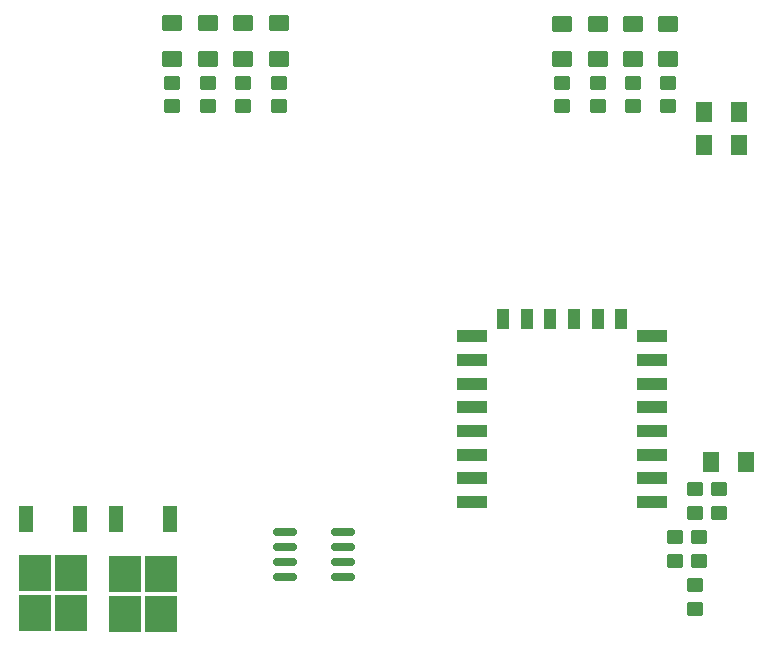
<source format=gbr>
%TF.GenerationSoftware,KiCad,Pcbnew,(6.0.7)*%
%TF.CreationDate,2023-02-02T17:51:50-05:00*%
%TF.ProjectId,ESPoules,4553506f-756c-4657-932e-6b696361645f,rev?*%
%TF.SameCoordinates,Original*%
%TF.FileFunction,Paste,Top*%
%TF.FilePolarity,Positive*%
%FSLAX46Y46*%
G04 Gerber Fmt 4.6, Leading zero omitted, Abs format (unit mm)*
G04 Created by KiCad (PCBNEW (6.0.7)) date 2023-02-02 17:51:50*
%MOMM*%
%LPD*%
G01*
G04 APERTURE LIST*
G04 Aperture macros list*
%AMRoundRect*
0 Rectangle with rounded corners*
0 $1 Rounding radius*
0 $2 $3 $4 $5 $6 $7 $8 $9 X,Y pos of 4 corners*
0 Add a 4 corners polygon primitive as box body*
4,1,4,$2,$3,$4,$5,$6,$7,$8,$9,$2,$3,0*
0 Add four circle primitives for the rounded corners*
1,1,$1+$1,$2,$3*
1,1,$1+$1,$4,$5*
1,1,$1+$1,$6,$7*
1,1,$1+$1,$8,$9*
0 Add four rect primitives between the rounded corners*
20,1,$1+$1,$2,$3,$4,$5,0*
20,1,$1+$1,$4,$5,$6,$7,0*
20,1,$1+$1,$6,$7,$8,$9,0*
20,1,$1+$1,$8,$9,$2,$3,0*%
G04 Aperture macros list end*
%ADD10RoundRect,0.250001X0.624999X-0.462499X0.624999X0.462499X-0.624999X0.462499X-0.624999X-0.462499X0*%
%ADD11RoundRect,0.250000X0.450000X-0.350000X0.450000X0.350000X-0.450000X0.350000X-0.450000X-0.350000X0*%
%ADD12RoundRect,0.250001X-0.624999X0.462499X-0.624999X-0.462499X0.624999X-0.462499X0.624999X0.462499X0*%
%ADD13RoundRect,0.150000X-0.825000X-0.150000X0.825000X-0.150000X0.825000X0.150000X-0.825000X0.150000X0*%
%ADD14RoundRect,0.250000X-0.450000X0.350000X-0.450000X-0.350000X0.450000X-0.350000X0.450000X0.350000X0*%
%ADD15R,2.500000X1.000000*%
%ADD16R,1.000000X1.800000*%
%ADD17RoundRect,0.250001X0.462499X0.624999X-0.462499X0.624999X-0.462499X-0.624999X0.462499X-0.624999X0*%
%ADD18R,2.750000X3.050000*%
%ADD19R,1.200000X2.200000*%
G04 APERTURE END LIST*
D10*
%TO.C,D2*%
X160000000Y-99975000D03*
X160000000Y-97000000D03*
%TD*%
D11*
%TO.C,R21*%
X202000000Y-104000000D03*
X202000000Y-102000000D03*
%TD*%
%TO.C,R12*%
X163000000Y-104000000D03*
X163000000Y-102000000D03*
%TD*%
%TO.C,R18*%
X202565000Y-142478000D03*
X202565000Y-140478000D03*
%TD*%
D12*
%TO.C,D8*%
X193000000Y-97012500D03*
X193000000Y-99987500D03*
%TD*%
D11*
%TO.C,R23*%
X204597000Y-142478000D03*
X204597000Y-140478000D03*
%TD*%
D10*
%TO.C,D3*%
X163000000Y-99975000D03*
X163000000Y-97000000D03*
%TD*%
D13*
%TO.C,U8*%
X169525000Y-140095000D03*
X169525000Y-141365000D03*
X169525000Y-142635000D03*
X169525000Y-143905000D03*
X174475000Y-143905000D03*
X174475000Y-142635000D03*
X174475000Y-141365000D03*
X174475000Y-140095000D03*
%TD*%
D11*
%TO.C,R20*%
X199000000Y-104000000D03*
X199000000Y-102000000D03*
%TD*%
D12*
%TO.C,D9*%
X196000000Y-97012500D03*
X196000000Y-99987500D03*
%TD*%
D14*
%TO.C,R6*%
X206248000Y-136414000D03*
X206248000Y-138414000D03*
%TD*%
D11*
%TO.C,R22*%
X204216000Y-146542000D03*
X204216000Y-144542000D03*
%TD*%
%TO.C,R11*%
X160000000Y-104000000D03*
X160000000Y-102000000D03*
%TD*%
D15*
%TO.C,U1*%
X200600000Y-137500000D03*
X200600000Y-135500000D03*
X200600000Y-133500000D03*
X200600000Y-131500000D03*
X200600000Y-129500000D03*
X200600000Y-127500000D03*
X200600000Y-125500000D03*
X200600000Y-123500000D03*
D16*
X198000000Y-122000000D03*
X196000000Y-122000000D03*
X194000000Y-122000000D03*
X192000000Y-122000000D03*
X190000000Y-122000000D03*
X188000000Y-122000000D03*
D15*
X185400000Y-123500000D03*
X185400000Y-125500000D03*
X185400000Y-127500000D03*
X185400000Y-129500000D03*
X185400000Y-131500000D03*
X185400000Y-133500000D03*
X185400000Y-135500000D03*
X185400000Y-137500000D03*
%TD*%
D17*
%TO.C,D7*%
X207987500Y-104500000D03*
X205012500Y-104500000D03*
%TD*%
D18*
%TO.C,U2*%
X148336000Y-143565000D03*
X148336000Y-146915000D03*
X151386000Y-143565000D03*
X151386000Y-146915000D03*
D19*
X152141000Y-138940000D03*
X147581000Y-138940000D03*
%TD*%
D10*
%TO.C,D4*%
X166000000Y-99975000D03*
X166000000Y-97000000D03*
%TD*%
D12*
%TO.C,D10*%
X199000000Y-97012500D03*
X199000000Y-99987500D03*
%TD*%
D11*
%TO.C,R13*%
X166000000Y-104000000D03*
X166000000Y-102000000D03*
%TD*%
D17*
%TO.C,D1*%
X208534000Y-134112000D03*
X205559000Y-134112000D03*
%TD*%
D18*
%TO.C,U3*%
X155955000Y-143613000D03*
X159005000Y-143613000D03*
X155955000Y-146963000D03*
X159005000Y-146963000D03*
D19*
X159760000Y-138988000D03*
X155200000Y-138988000D03*
%TD*%
D14*
%TO.C,R5*%
X204216000Y-136414000D03*
X204216000Y-138414000D03*
%TD*%
D11*
%TO.C,R19*%
X196000000Y-104000000D03*
X196000000Y-102000000D03*
%TD*%
D10*
%TO.C,D5*%
X169000000Y-99975000D03*
X169000000Y-97000000D03*
%TD*%
D17*
%TO.C,D6*%
X207987500Y-107250000D03*
X205012500Y-107250000D03*
%TD*%
D11*
%TO.C,R14*%
X169000000Y-104000000D03*
X169000000Y-102000000D03*
%TD*%
%TO.C,R4*%
X193000000Y-104000000D03*
X193000000Y-102000000D03*
%TD*%
D12*
%TO.C,D11*%
X202000000Y-97012500D03*
X202000000Y-99987500D03*
%TD*%
M02*

</source>
